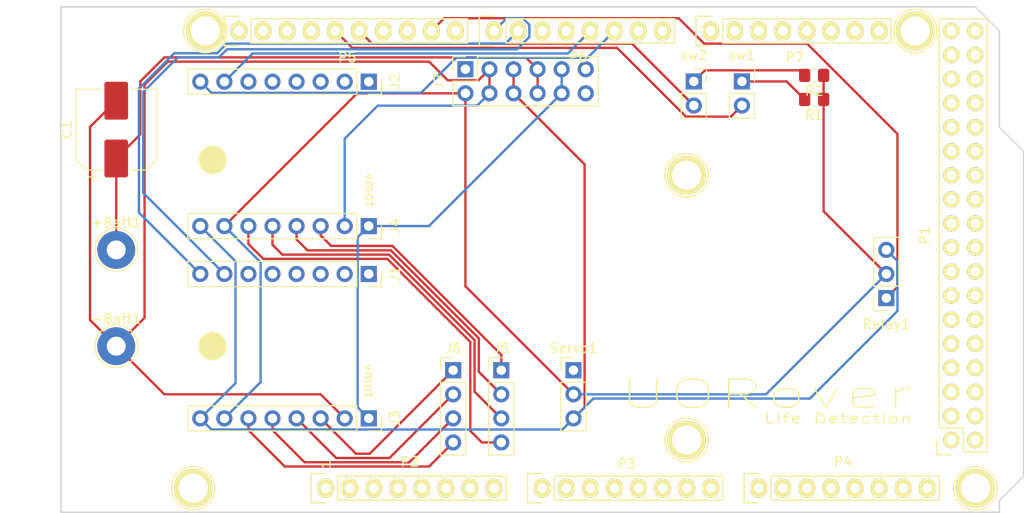
<source format=kicad_pcb>
(kicad_pcb (version 20211014) (generator pcbnew)
  (title_block (date "mar. 31 mars 2015"))
  (layers (0 "F.Cu" signal) (31 "B.Cu" signal) (34 "B.Paste" user) (35 "F.Paste" user) (36 "B.SilkS" user "B.Silkscreen") (37 "F.SilkS" user "F.Silkscreen") (38 "B.Mask" user) (39 "F.Mask" user) (44 "Edge.Cuts" user))
  (net 0 "")
  (net 1 "GND")
  (net 2 "/52(SCK)")
  (net 3 "/53(SS)")
  (net 4 "/50(MISO)")
  (net 5 "/51(MOSI)")
  (net 6 "/48")
  (net 7 "/49")
  (net 8 "/46")
  (net 9 "/47")
  (net 10 "/44")
  (net 11 "/45")
  (net 12 "/42")
  (net 13 "/43")
  (net 14 "/40")
  (net 15 "/41")
  (net 16 "/38")
  (net 17 "/39")
  (net 18 "/36")
  (net 19 "/37")
  (net 20 "/34")
  (net 21 "/35")
  (net 22 "/32")
  (net 23 "/33")
  (net 24 "/30")
  (net 25 "/31")
  (net 26 "/28")
  (net 27 "/29")
  (net 28 "/26")
  (net 29 "/27")
  (net 30 "/24")
  (net 31 "/25")
  (net 32 "/22")
  (net 33 "/23")
  (net 34 "+5V")
  (net 35 "/IOREF")
  (net 36 "/Reset")
  (net 37 "/Vin")
  (net 38 "/A0")
  (net 39 "/A1")
  (net 40 "/A2")
  (net 41 "/A3")
  (net 42 "/A4")
  (net 43 "/A5")
  (net 44 "/A6")
  (net 45 "/A7")
  (net 46 "/A8")
  (net 47 "/A9")
  (net 48 "/A10")
  (net 49 "/A11")
  (net 50 "/A12")
  (net 51 "/A13")
  (net 52 "/A14")
  (net 53 "/A15")
  (net 54 "/SCL")
  (net 55 "/SDA")
  (net 56 "/AREF")
  (net 57 "/13(**)")
  (net 58 "/12(**)")
  (net 59 "/11(**)")
  (net 60 "/10(**)")
  (net 61 "/9(**)")
  (net 62 "/8(**)")
  (net 63 "/7(**)")
  (net 64 "/6(**)")
  (net 65 "/5(**)")
  (net 66 "/4(**)")
  (net 67 "/3(**)")
  (net 68 "/2(**)")
  (net 69 "/20(SDA)")
  (net 70 "/21(SCL)")
  (net 71 "Net-(+Batt1-Pad1)")
  (net 72 "Net-(-Batt1-Pad1)")
  (net 77 "Net-(J1-Pad5)")
  (net 78 "+3V3")
  (net 79 "/1(Tx0)")
  (net 80 "/0(Rx0)")
  (net 81 "/14(Tx3)")
  (net 82 "/15(Rx3)")
  (net 83 "/16(Tx2)")
  (net 84 "/17(Rx2)")
  (net 85 "/18(Tx1)")
  (net 86 "/19(Rx1)")
  (net 91 "Net-(J2-Pad5)")
  (net 92 "Net-(J3-Pad3)")
  (net 93 "Net-(J3-Pad4)")
  (net 94 "Net-(J3-Pad5)")
  (net 95 "Net-(J3-Pad6)")
  (net 96 "Net-(Servo1-Pad2)")
  (net 97 "Net-(Servo1-Pad3)")
  (net 98 "Net-(J4-Pad3)")
  (net 99 "Net-(J4-Pad4)")
  (net 100 "Net-(J4-Pad5)")
  (net 101 "Net-(J4-Pad6)")
  (net 111 "Net-(sw1-Pad1)")
  (net 112 "Net-(sw2-Pad1)")
  (net 114 "Net-(J7-Pad10)")
  (footprint "Socket_Arduino_Mega:Socket_Strip_Arduino_2x18" (layer "F.Cu") (at 197.358 114.046 90)
    (fp_text reference "P1" (at 21.59 -2.794 90) (layer "F.SilkS"))
    (fp_text value "Digital")
    (pad "1" thru_hole circle locked (at 0 0 90) (size 1.7272 1.7272) (drill 1.016) (layers *.Cu *.Mask "F.SilkS") (net 1 "GND"))
    (pad "2" thru_hole oval locked (at 0 2.54 90) (size 1.7272 1.7272) (drill 1.016) (layers *.Cu *.Mask "F.SilkS") (net 1 "GND"))
    (pad "3" thru_hole oval locked (at 2.54 0 90) (size 1.7272 1.7272) (drill 1.016) (layers *.Cu *.Mask "F.SilkS") (net 2 "/52(SCK)"))
    (pad "4" thru_hole oval locked (at 2.54 2.54 90) (size 1.7272 1.7272) (drill 1.016) (layers *.Cu *.Mask "F.SilkS") (net 3 "/53(SS)"))
    (pad "5" thru_hole oval locked (at 5.08 0 90) (size 1.7272 1.7272) (drill 1.016) (layers *.Cu *.Mask "F.SilkS") (net 4 "/50(MISO)"))
    (pad "6" thru_hole oval locked (at 5.08 2.54 90) (size 1.7272 1.7272) (drill 1.016) (layers *.Cu *.Mask "F.SilkS") (net 5 "/51(MOSI)"))
    (pad "7" thru_hole oval locked (at 7.62 0 90) (size 1.7272 1.7272) (drill 1.016) (layers *.Cu *.Mask "F.SilkS") (net 6 "/48"))
    (pad "8" thru_hole oval locked (at 7.62 2.54 90) (size 1.7272 1.7272) (drill 1.016) (layers *.Cu *.Mask "F.SilkS") (net 7 "/49"))
    (pad "9" thru_hole oval locked (at 10.16 0 90) (size 1.7272 1.7272) (drill 1.016) (layers *.Cu *.Mask "F.SilkS") (net 8 "/46"))
    (pad "10" thru_hole oval locked (at 10.16 2.54 90) (size 1.7272 1.7272) (drill 1.016) (layers *.Cu *.Mask "F.SilkS") (net 9 "/47"))
    (pad "11" thru_hole oval locked (at 12.7 0 90) (size 1.7272 1.7272) (drill 1.016) (layers *.Cu *.Mask "F.SilkS") (net 10 "/44"))
    (pad "12" thru_hole oval locked (at 12.7 2.54 90) (size 1.7272 1.7272) (drill 1.016) (layers *.Cu *.Mask "F.SilkS") (net 11 "/45"))
    (pad "13" thru_hole oval locked (at 15.24 0 90) (size 1.7272 1.7272) (drill 1.016) (layers *.Cu *.Mask "F.SilkS") (net 12 "/42"))
    (pad "14" thru_hole oval locked (at 15.24 2.54 90) (size 1.7272 1.7272) (drill 1.016) (layers *.Cu *.Mask "F.SilkS") (net 13 "/43"))
    (pad "15" thru_hole oval locked (at 17.78 0 90) (size 1.7272 1.7272) (drill 1.016) (layers *.Cu *.Mask "F.SilkS") (net 14 "/40"))
    (pad "16" thru_hole oval locked (at 17.78 2.54 90) (size 1.7272 1.7272) (drill 1.016) (layers *.Cu *.Mask "F.SilkS") (net 15 "/41"))
    (pad "17" thru_hole oval locked (at 20.32 0 90) (size 1.7272 1.7272) (drill 1.016) (layers *.Cu *.Mask "F.SilkS") (net 16 "/38"))
    (pad "18" thru_hole oval locked (at 20.32 2.54 90) (size 1.7272 1.7272) (drill 1.016) (layers *.Cu *.Mask "F.SilkS") (net 17 "/39"))
    (pad "19" thru_hole oval locked (at 22.86 0 90) (size 1.7272 1.7272) (drill 1.016) (layers *.Cu *.Mask "F.SilkS") (net 18 "/36"))
    (pad "20" thru_hole oval locked (at 22.86 2.54 90) (size 1.7272 1.7272) (drill 1.016) (layers *.Cu *.Mask "F.SilkS") (net 19 "/37"))
    (pad "21" thru_hole oval locked (at 25.4 0 90) (size 1.7272 1.7272) (drill 1.016) (layers *.Cu *.Mask "F.SilkS") (net 20 "/34"))
    (pad "22" thru_hole oval locked (at 25.4 2.54 90) (size 1.7272 1.7272) (drill 1.016) (layers *.Cu *.Mask "F.SilkS") (net 21 "/35"))
    (pad "23" thru_hole oval locked (at 27.94 0 90) (size 1.7272 1.7272) (drill 1.016) (layers *.Cu *.Mask "F.SilkS") (net 22 "/32"))
    (pad "24" thru_hole oval locked (at 27.94 2.54 90) (size 1.7272 1.7272) (drill 1.016) (layers *.Cu *.Mask "F.SilkS") (net 23 "/33"))
    (pad "25" thru_hole oval locked (at 30.48 0 90) (size 1.7272 1.7272) (drill 1.016) (layers *.Cu *.Mask "F.SilkS") (net 24 "/30"))
    (pad "26" thru_hole oval locked (at 30.48 2.54 90) (size 1.7272 1.7272) (drill 1.016) (layers *.Cu *.Mask "F.SilkS") (net 25 "/31"))
    (pad "27" thru_hole oval locked (at 33.02 0 90) (size 1.7272 1.7272) (drill 1.016) (layers *.Cu *.Mask "F.SilkS") (net 26 "/28"))
    (pad "28" thru_hole oval locked (at 33.02 2.54 90) (size 1.7272 1.7272) (drill 1.016) (layers *.Cu *.Mask "F.SilkS") (net 27 "/29"))
    (pad "29" thru_hole oval locked (at 35.56 0 90) (size 1.7272 1.7272) (drill 1.016) (layers *.Cu *.Mask "F.SilkS") (net 28 "/26"))
    (pad "30" thru_hole oval locked (at 35.56 2.54 90) (size 1.7272 1.7272) (drill 1.016) (layers *.Cu *.Mask "F.SilkS") (net 29 "/27"))
    (pad "31" thru_hole oval locked (at 38.1 0 90) (size 1.7272 1.7272) (drill 1.016) (layers *.Cu *.Mask "F.SilkS") (net 30 "/24"))
    (pad "32" thru_hole oval locked (at 38.1 2.54 90) (size 1.7272 1.7272) (drill 1.016) (layers *.Cu *.Mask "F.SilkS") (net 31 "/25"))
    (pad "33" thru_hole oval locked (at 40.64 0 90) (size 1.7272 1.7272) (drill 1.016) (layers *.Cu *.Mask "F.SilkS") (net 32 "/22"))
    (pad "34" thru_hole oval locked (at 40.64 2.54 90) (size 1.7272 1.7272) (drill 1.016) (layers *.Cu *.Mask "F.SilkS") (net 33 "/23"))
    (pad "35" thru_hole oval locked (at 43.18 0 90) (size 1.7272 1.7272) (drill 1.016) (layers *.Cu *.Mask "F.SilkS") (net 34 "+5V"))
    (pad "36" thru_hole oval locked (at 43.18 2.54 90) (size 1.7272 1.7272) (drill 1.016) (layers *.Cu *.Mask "F.SilkS") (net 34 "+5V"))
  )
  (footprint "Socket_Arduino_Mega:Socket_Strip_Arduino_1x08" (layer "F.Cu") (at 131.318 119.126)
    (fp_text reference "P2" (at 8.89 -2.794) (layer "F.SilkS"))
    (fp_text value "Power")
    (pad "1" thru_hole oval locked (at 0 0) (size 1.7272 2.032) (drill 1.016) (layers *.Cu *.Mask "F.SilkS"))
    (pad "2" thru_hole oval locked (at 2.54 0) (size 1.7272 2.032) (drill 1.016) (layers *.Cu *.Mask "F.SilkS") (net 35 "/IOREF"))
    (pad "3" thru_hole oval locked (at 5.08 0) (size 1.7272 2.032) (drill 1.016) (layers *.Cu *.Mask "F.SilkS") (net 36 "/Reset"))
    (pad "4" thru_hole oval locked (at 7.62 0) (size 1.7272 2.032) (drill 1.016) (layers *.Cu *.Mask "F.SilkS") (net 78 "+3V3"))
    (pad "5" thru_hole oval locked (at 10.16 0) (size 1.7272 2.032) (drill 1.016) (layers *.Cu *.Mask "F.SilkS") (net 34 "+5V"))
    (pad "6" thru_hole oval locked (at 12.7 0) (size 1.7272 2.032) (drill 1.016) (layers *.Cu *.Mask "F.SilkS") (net 1 "GND"))
    (pad "7" thru_hole oval locked (at 15.24 0) (size 1.7272 2.032) (drill 1.016) (layers *.Cu *.Mask "F.SilkS") (net 1 "GND"))
    (pad "8" thru_hole oval locked (at 17.78 0) (size 1.7272 2.032) (drill 1.016) (layers *.Cu *.Mask "F.SilkS") (net 37 "/Vin"))
  )
  (footprint "Socket_Arduino_Mega:Socket_Strip_Arduino_1x08" (layer "F.Cu") (at 154.178 119.126)
    (fp_text reference "P3" (at 8.89 -2.54) (layer "F.SilkS"))
    (fp_text value "Analog")
    (pad "1" thru_hole oval locked (at 0 0) (size 1.7272 2.032) (drill 1.016) (layers *.Cu *.Mask "F.SilkS") (net 38 "/A0"))
    (pad "2" thru_hole oval locked (at 2.54 0) (size 1.7272 2.032) (drill 1.016) (layers *.Cu *.Mask "F.SilkS") (net 39 "/A1"))
    (pad "3" thru_hole oval locked (at 5.08 0) (size 1.7272 2.032) (drill 1.016) (layers *.Cu *.Mask "F.SilkS") (net 40 "/A2"))
    (pad "4" thru_hole oval locked (at 7.62 0) (size 1.7272 2.032) (drill 1.016) (layers *.Cu *.Mask "F.SilkS") (net 41 "/A3"))
    (pad "5" thru_hole oval locked (at 10.16 0) (size 1.7272 2.032) (drill 1.016) (layers *.Cu *.Mask "F.SilkS") (net 42 "/A4"))
    (pad "6" thru_hole oval locked (at 12.7 0) (size 1.7272 2.032) (drill 1.016) (layers *.Cu *.Mask "F.SilkS") (net 43 "/A5"))
    (pad "7" thru_hole oval locked (at 15.24 0) (size 1.7272 2.032) (drill 1.016) (layers *.Cu *.Mask "F.SilkS") (net 44 "/A6"))
    (pad "8" thru_hole oval locked (at 17.78 0) (size 1.7272 2.032) (drill 1.016) (layers *.Cu *.Mask "F.SilkS") (net 45 "/A7"))
  )
  (footprint "Socket_Arduino_Mega:Socket_Strip_Arduino_1x08" (layer "F.Cu") (at 177.038 119.126)
    (fp_text reference "P4" (at 8.89 -2.794) (layer "F.SilkS"))
    (fp_text value "Analog")
    (pad "1" thru_hole oval locked (at 0 0) (size 1.7272 2.032) (drill 1.016) (layers *.Cu *.Mask "F.SilkS") (net 46 "/A8"))
    (pad "2" thru_hole oval locked (at 2.54 0) (size 1.7272 2.032) (drill 1.016) (layers *.Cu *.Mask "F.SilkS") (net 47 "/A9"))
    (pad "3" thru_hole oval locked (at 5.08 0) (size 1.7272 2.032) (drill 1.016) (layers *.Cu *.Mask "F.SilkS") (net 48 "/A10"))
    (pad "4" thru_hole oval locked (at 7.62 0) (size 1.7272 2.032) (drill 1.016) (layers *.Cu *.Mask "F.SilkS") (net 49 "/A11"))
    (pad "5" thru_hole oval locked (at 10.16 0) (size 1.7272 2.032) (drill 1.016) (layers *.Cu *.Mask "F.SilkS") (net 50 "/A12"))
    (pad "6" thru_hole oval locked (at 12.7 0) (size 1.7272 2.032) (drill 1.016) (layers *.Cu *.Mask "F.SilkS") (net 51 "/A13"))
    (pad "7" thru_hole oval locked (at 15.24 0) (size 1.7272 2.032) (drill 1.016) (layers *.Cu *.Mask "F.SilkS") (net 52 "/A14"))
    (pad "8" thru_hole oval locked (at 17.78 0) (size 1.7272 2.032) (drill 1.016) (layers *.Cu *.Mask "F.SilkS") (net 53 "/A15"))
  )
  (footprint "Socket_Arduino_Mega:Socket_Strip_Arduino_1x10" (layer "F.Cu") (at 122.174 70.866)
    (fp_text reference "P5" (at 11.43 2.794) (layer "F.SilkS"))
    (fp_text value "PWM")
    (pad "1" thru_hole oval locked (at 0 0) (size 1.7272 2.032) (drill 1.016) (layers *.Cu *.Mask "F.SilkS") (net 54 "/SCL"))
    (pad "2" thru_hole oval locked (at 2.54 0) (size 1.7272 2.032) (drill 1.016) (layers *.Cu *.Mask "F.SilkS") (net 55 "/SDA"))
    (pad "3" thru_hole oval locked (at 5.08 0) (size 1.7272 2.032) (drill 1.016) (layers *.Cu *.Mask "F.SilkS") (net 56 "/AREF"))
    (pad "4" thru_hole oval locked (at 7.62 0) (size 1.7272 2.032) (drill 1.016) (layers *.Cu *.Mask "F.SilkS") (net 1 "GND"))
    (pad "5" thru_hole oval locked (at 10.16 0) (size 1.7272 2.032) (drill 1.016) (layers *.Cu *.Mask "F.SilkS") (net 57 "/13(**)"))
    (pad "6" thru_hole oval locked (at 12.7 0) (size 1.7272 2.032) (drill 1.016) (layers *.Cu *.Mask "F.SilkS") (net 58 "/12(**)"))
    (pad "7" thru_hole oval locked (at 15.24 0) (size 1.7272 2.032) (drill 1.016) (layers *.Cu *.Mask "F.SilkS") (net 59 "/11(**)"))
    (pad "8" thru_hole oval locked (at 17.78 0) (size 1.7272 2.032) (drill 1.016) (layers *.Cu *.Mask "F.SilkS") (net 60 "/10(**)"))
    (pad "9" thru_hole oval locked (at 20.32 0) (size 1.7272 2.032) (drill 1.016) (layers *.Cu *.Mask "F.SilkS") (net 61 "/9(**)"))
    (pad "10" thru_hole oval locked (at 22.86 0) (size 1.7272 2.032) (drill 1.016) (layers *.Cu *.Mask "F.SilkS") (net 62 "/8(**)"))
  )
  (footprint "Socket_Arduino_Mega:Socket_Strip_Arduino_1x08" (layer "F.Cu") (at 149.098 70.866)
    (fp_text reference "P6" (at 8.89 2.794) (layer "F.SilkS"))
    (fp_text value "PWM")
    (pad "1" thru_hole oval locked (at 0 0) (size 1.7272 2.032) (drill 1.016) (layers *.Cu *.Mask "F.SilkS") (net 63 "/7(**)"))
    (pad "2" thru_hole oval locked (at 2.54 0) (size 1.7272 2.032) (drill 1.016) (layers *.Cu *.Mask "F.SilkS") (net 64 "/6(**)"))
    (pad "3" thru_hole oval locked (at 5.08 0) (size 1.7272 2.032) (drill 1.016) (layers *.Cu *.Mask "F.SilkS") (net 65 "/5(**)"))
    (pad "4" thru_hole oval locked (at 7.62 0) (size 1.7272 2.032) (drill 1.016) (layers *.Cu *.Mask "F.SilkS") (net 66 "/4(**)"))
    (pad "5" thru_hole oval locked (at 10.16 0) (size 1.7272 2.032) (drill 1.016) (layers *.Cu *.Mask "F.SilkS") (net 67 "/3(**)"))
    (pad "6" thru_hole oval locked (at 12.7 0) (size 1.7272 2.032) (drill 1.016) (layers *.Cu *.Mask "F.SilkS") (net 68 "/2(**)"))
    (pad "7" thru_hole oval locked (at 15.24 0) (size 1.7272 2.032) (drill 1.016) (layers *.Cu *.Mask "F.SilkS") (net 79 "/1(Tx0)"))
    (pad "8" thru_hole oval locked (at 17.78 0) (size 1.7272 2.032) (drill 1.016) (layers *.Cu *.Mask "F.SilkS") (net 80 "/0(Rx0)"))
  )
  (footprint "Socket_Arduino_Mega:Socket_Strip_Arduino_1x08" (layer "F.Cu") (at 171.958 70.866)
    (fp_text reference "P7" (at 8.89 2.794) (layer "F.SilkS"))
    (fp_text value "Communication")
    (pad "1" thru_hole oval locked (at 0 0) (size 1.7272 2.032) (drill 1.016) (layers *.Cu *.Mask "F.SilkS") (net 81 "/14(Tx3)"))
    (pad "2" thru_hole oval locked (at 2.54 0) (size 1.7272 2.032) (drill 1.016) (layers *.Cu *.Mask "F.SilkS") (net 82 "/15(Rx3)"))
    (pad "3" thru_hole oval locked (at 5.08 0) (size 1.7272 2.032) (drill 1.016) (layers *.Cu *.Mask "F.SilkS") (net 83 "/16(Tx2)"))
    (pad "4" thru_hole oval locked (at 7.62 0) (size 1.7272 2.032) (drill 1.016) (layers *.Cu *.Mask "F.SilkS") (net 84 "/17(Rx2)"))
    (pad "5" thru_hole oval locked (at 10.16 0) (size 1.7272 2.032) (drill 1.016) (layers *.Cu *.Mask "F.SilkS") (net 85 "/18(Tx1)"))
    (pad "6" thru_hole oval locked (at 12.7 0) (size 1.7272 2.032) (drill 1.016) (layers *.Cu *.Mask "F.SilkS") (net 86 "/19(Rx1)"))
    (pad "7" thru_hole oval locked (at 15.24 0) (size 1.7272 2.032) (drill 1.016) (layers *.Cu *.Mask "F.SilkS") (net 69 "/20(SDA)"))
    (pad "8" thru_hole oval locked (at 17.78 0) (size 1.7272 2.032) (drill 1.016) (layers *.Cu *.Mask "F.SilkS") (net 70 "/21(SCL)"))
  )
  (footprint "Socket_Arduino_Mega:Arduino_1pin" (layer "F.Cu") (at 117.348 119.126)
    (fp_text reference "P8" hide)
    (fp_text value "CONN_01X01" hide)
    (pad "1" thru_hole circle locked (at 0 0) (size 4.064 4.064) (drill 3.048) (layers *.Cu *.Mask "F.SilkS"))
  )
  (footprint "Socket_Arduino_Mega:Arduino_1pin" (layer "F.Cu") (at 169.418 114.046)
    (fp_text reference "P9" hide)
    (fp_text value "CONN_01X01" hide)
    (pad "1" thru_hole circle locked (at 0 0) (size 4.064 4.064) (drill 3.048) (layers *.Cu *.Mask "F.SilkS"))
  )
  (footprint "Socket_Arduino_Mega:Arduino_1pin" (layer "F.Cu") (at 199.898 119.126)
    (fp_text reference "P10" hide)
    (fp_text value "CONN_01X01" hide)
    (pad "1" thru_hole circle locked (at 0 0) (size 4.064 4.064) (drill 3.048) (layers *.Cu *.Mask "F.SilkS"))
  )
  (footprint "Socket_Arduino_Mega:Arduino_1pin" (layer "F.Cu") (at 118.618 70.866)
    (fp_text reference "P11" hide)
    (fp_text value "CONN_01X01" hide)
    (pad "1" thru_hole circle locked (at 0 0) (size 4.064 4.064) (drill 3.048) (layers *.Cu *.Mask "F.SilkS"))
  )
  (footprint "Socket_Arduino_Mega:Arduino_1pin" (layer "F.Cu") (at 169.418 86.106)
    (fp_text reference "P12" hide)
    (fp_text value "CONN_01X01" hide)
    (pad "1" thru_hole circle locked (at 0 0) (size 4.064 4.064) (drill 3.048) (layers *.Cu *.Mask "F.SilkS"))
  )
  (footprint "Socket_Arduino_Mega:Arduino_1pin" (layer "F.Cu") (at 193.548 70.866)
    (fp_text reference "P13" hide)
    (fp_text value "CONN_01X01" hide)
    (pad "1" thru_hole circle locked (at 0 0) (size 4.064 4.064) (drill 3.048) (layers *.Cu *.Mask "F.SilkS"))
  )
  (footprint "Connector_PinSocket_2.54mm:PinSocket_1x08_P2.54mm_Vertical" (layer "F.Cu") (at 135.875 91.465 -90)
    (fp_text reference "J4" (at 0 -2.77 90) (layer "F.SilkS"))
    (fp_text value "Conn_01x08")
    (pad "1" thru_hole rect locked (at 0 0 270) (size 1.7 1.7) (drill 1) (layers *.Cu *.Mask) (net 114 "Net-(J7-Pad10)"))
    (pad "2" thru_hole oval locked (at 0 2.54 270) (size 1.7 1.7) (drill 1) (layers *.Cu *.Mask) (net 72 "Net-(-Batt1-Pad1)"))
    (pad "3" thru_hole oval locked (at 0 5.08 270) (size 1.7 1.7) (drill 1) (layers *.Cu *.Mask) (net 98 "Net-(J4-Pad3)"))
    (pad "4" thru_hole oval locked (at 0 7.62 270) (size 1.7 1.7) (drill 1) (layers *.Cu *.Mask) (net 99 "Net-(J4-Pad4)"))
    (pad "5" thru_hole oval locked (at 0 10.16 270) (size 1.7 1.7) (drill 1) (layers *.Cu *.Mask) (net 100 "Net-(J4-Pad5)"))
    (pad "6" thru_hole oval locked (at 0 12.7 270) (size 1.7 1.7) (drill 1) (layers *.Cu *.Mask) (net 101 "Net-(J4-Pad6)"))
    (pad "7" thru_hole oval locked (at 0 15.24 270) (size 1.7 1.7) (drill 1) (layers *.Cu *.Mask) (net 96 "Net-(Servo1-Pad2)"))
    (pad "8" thru_hole oval locked (at 0 17.78 270) (size 1.7 1.7) (drill 1) (layers *.Cu *.Mask) (net 97 "Net-(Servo1-Pad3)"))
  )
  (footprint "Connector_PinSocket_2.54mm:PinSocket_1x08_P2.54mm_Vertical" (layer "F.Cu") (at 135.875 76.225 -90)
    (fp_text reference "J2" (at 0 -2.77 90) (layer "F.SilkS"))
    (fp_text value "Conn_01x08")
    (pad "1" thru_hole rect locked (at 0 0 270) (size 1.7 1.7) (drill 1) (layers *.Cu *.Mask))
    (pad "2" thru_hole oval locked (at 0 2.54 270) (size 1.7 1.7) (drill 1) (layers *.Cu *.Mask))
    (pad "3" thru_hole oval locked (at 0 5.08 270) (size 1.7 1.7) (drill 1) (layers *.Cu *.Mask))
    (pad "4" thru_hole oval locked (at 0 7.62 270) (size 1.7 1.7) (drill 1) (layers *.Cu *.Mask))
    (pad "5" thru_hole oval locked (at 0 10.16 270) (size 1.7 1.7) (drill 1) (layers *.Cu *.Mask) (net 91 "Net-(J2-Pad5)"))
    (pad "6" thru_hole oval locked (at 0 12.7 270) (size 1.7 1.7) (drill 1) (layers *.Cu *.Mask) (net 91 "Net-(J2-Pad5)"))
    (pad "7" thru_hole oval locked (at 0 15.24 270) (size 1.7 1.7) (drill 1) (layers *.Cu *.Mask) (net 67 "/3(**)"))
    (pad "8" thru_hole oval locked (at 0 17.78 270) (size 1.7 1.7) (drill 1) (layers *.Cu *.Mask) (net 68 "/2(**)"))
  )
  (footprint "Capacitor_SMD:CP_Elec_8x6.2" (layer "F.Cu") (at 109.22 81.28 90)
    (fp_text reference "C1" (at 0 -5.2 90) (layer "F.SilkS"))
    (fp_text value "C_Polarized")
    (pad "1" smd roundrect locked (at -3.05 0 90) (size 4 2.5) (layers "F.Cu" "F.Paste" "F.Mask") (roundrect_rratio 0.1) (net 71 "Net-(+Batt1-Pad1)"))
    (pad "2" smd roundrect locked (at 3.05 0 90) (size 4 2.5) (layers "F.Cu" "F.Paste" "F.Mask") (roundrect_rratio 0.1) (net 72 "Net-(-Batt1-Pad1)"))
  )
  (footprint "Connector_PinSocket_2.54mm:PinSocket_1x03_P2.54mm_Vertical" (layer "F.Cu") (at 190.5 99.06 180)
    (fp_text reference "Relay1" (at 0 -2.77) (layer "F.SilkS"))
    (fp_text value "Conn_01x03")
    (pad "1" thru_hole rect locked (at 0 0 180) (size 1.7 1.7) (drill 1) (layers *.Cu *.Mask) (net 61 "/9(**)"))
    (pad "2" thru_hole oval locked (at 0 2.54 180) (size 1.7 1.7) (drill 1) (layers *.Cu *.Mask) (net 96 "Net-(Servo1-Pad2)"))
    (pad "3" thru_hole oval locked (at 0 5.08 180) (size 1.7 1.7) (drill 1) (layers *.Cu *.Mask) (net 97 "Net-(Servo1-Pad3)"))
  )
  (footprint "Connector_PinSocket_2.54mm:PinSocket_2x06_P2.54mm_Vertical" (layer "F.Cu") (at 146.075 74.91 90)
    (fp_text reference "J7" (at -1.27 -2.77 90) (layer "F.SilkS"))
    (fp_text value "Conn_02x06_Odd_Even")
    (pad "1" thru_hole rect locked (at 0 0 90) (size 1.7 1.7) (drill 1) (layers *.Cu *.Mask))
    (pad "2" thru_hole oval locked (at -2.54 0 90) (size 1.7 1.7) (drill 1) (layers *.Cu *.Mask) (net 96 "Net-(Servo1-Pad2)"))
    (pad "3" thru_hole oval locked (at 0 2.54 90) (size 1.7 1.7) (drill 1) (layers *.Cu *.Mask) (net 72 "Net-(-Batt1-Pad1)"))
    (pad "4" thru_hole oval locked (at -2.54 2.54 90) (size 1.7 1.7) (drill 1) (layers *.Cu *.Mask) (net 72 "Net-(-Batt1-Pad1)"))
    (pad "5" thru_hole oval locked (at 0 5.08 90) (size 1.7 1.7) (drill 1) (layers *.Cu *.Mask) (net 97 "Net-(Servo1-Pad3)"))
    (pad "6" thru_hole oval locked (at -2.54 5.08 90) (size 1.7 1.7) (drill 1) (layers *.Cu *.Mask) (net 97 "Net-(Servo1-Pad3)"))
    (pad "7" thru_hole oval locked (at 0 7.62 90) (size 1.7 1.7) (drill 1) (layers *.Cu *.Mask) (net 71 "Net-(+Batt1-Pad1)"))
    (pad "8" thru_hole oval locked (at -2.54 7.62 90) (size 1.7 1.7) (drill 1) (layers *.Cu *.Mask) (net 71 "Net-(+Batt1-Pad1)"))
    (pad "9" thru_hole oval locked (at 0 10.16 90) (size 1.7 1.7) (drill 1) (layers *.Cu *.Mask) (net 114 "Net-(J7-Pad10)"))
    (pad "10" thru_hole oval locked (at -2.54 10.16 90) (size 1.7 1.7) (drill 1) (layers *.Cu *.Mask) (net 114 "Net-(J7-Pad10)"))
    (pad "11" thru_hole oval locked (at 0 12.7 90) (size 1.7 1.7) (drill 1) (layers *.Cu *.Mask))
    (pad "12" thru_hole oval locked (at -2.54 12.7 90) (size 1.7 1.7) (drill 1) (layers *.Cu *.Mask))
  )
  (footprint "Resistor_SMD:R_0805_2012Metric_Pad1.20x1.40mm_HandSolder" (layer "F.Cu") (at 182.88 78.1 180)
    (fp_text reference "R1" (at 0 -1.65) (layer "F.SilkS"))
    (fp_text value "R")
    (pad "1" smd roundrect locked (at -1 0 180) (size 1.2 1.4) (layers "F.Cu" "F.Paste" "F.Mask") (roundrect_rratio 0.208333) (net 96 "Net-(Servo1-Pad2)"))
    (pad "2" smd roundrect locked (at 1 0 180) (size 1.2 1.4) (layers "F.Cu" "F.Paste" "F.Mask") (roundrect_rratio 0.208333) (net 111 "Net-(sw1-Pad1)"))
  )
  (footprint "Connector_PinHeader_2.54mm:PinHeader_1x04_P2.54mm_Vertical" (layer "F.Cu") (at 144.78 106.68)
    (fp_text reference "J6" (at 0 -2.33) (layer "F.SilkS"))
    (fp_text value "Conn_01x04")
    (pad "1" thru_hole rect locked (at 0 0) (size 1.7 1.7) (drill 1) (layers *.Cu *.Mask) (net 92 "Net-(J3-Pad3)"))
    (pad "2" thru_hole oval locked (at 0 2.54) (size 1.7 1.7) (drill 1) (layers *.Cu *.Mask) (net 93 "Net-(J3-Pad4)"))
    (pad "3" thru_hole oval locked (at 0 5.08) (size 1.7 1.7) (drill 1) (layers *.Cu *.Mask) (net 94 "Net-(J3-Pad5)"))
    (pad "4" thru_hole oval locked (at 0 7.62) (size 1.7 1.7) (drill 1) (layers *.Cu *.Mask) (net 95 "Net-(J3-Pad6)"))
  )
  (footprint "Connector_PinHeader_2.54mm:PinHeader_1x03_P2.54mm_Vertical" (layer "F.Cu") (at 157.48 106.68)
    (fp_text reference "Servo1" (at 0 -2.33) (layer "F.SilkS"))
    (fp_text value "Conn_01x03")
    (pad "1" thru_hole rect locked (at 0 0) (size 1.7 1.7) (drill 1) (layers *.Cu *.Mask) (net 60 "/10(**)"))
    (pad "2" thru_hole oval locked (at 0 2.54) (size 1.7 1.7) (drill 1) (layers *.Cu *.Mask) (net 96 "Net-(Servo1-Pad2)"))
    (pad "3" thru_hole oval locked (at 0 5.08) (size 1.7 1.7) (drill 1) (layers *.Cu *.Mask) (net 97 "Net-(Servo1-Pad3)"))
  )
  (footprint "Connector_PinSocket_2.54mm:PinSocket_1x02_P2.54mm_Vertical" (layer "F.Cu") (at 170.18 76.2)
    (fp_text reference "sw2" (at 0 -2.77) (layer "F.SilkS"))
    (fp_text value "Conn_01x02")
    (pad "1" thru_hole rect locked (at 0 0) (size 1.7 1.7) (drill 1) (layers *.Cu *.Mask) (net 112 "Net-(sw2-Pad1)"))
    (pad "2" thru_hole oval locked (at 0 2.54) (size 1.7 1.7) (drill 1) (layers *.Cu *.Mask) (net 58 "/12(**)"))
  )
  (footprint "Connector_PinHeader_2.54mm:PinHeader_1x04_P2.54mm_Vertical" (layer "F.Cu") (at 149.86 106.68)
    (fp_text reference "J5" (at 0 -2.33) (layer "F.SilkS"))
    (fp_text value "Conn_01x04")
    (pad "1" thru_hole rect locked (at 0 0) (size 1.7 1.7) (drill 1) (layers *.Cu *.Mask) (net 98 "Net-(J4-Pad3)"))
    (pad "2" thru_hole oval locked (at 0 2.54) (size 1.7 1.7) (drill 1) (layers *.Cu *.Mask) (net 99 "Net-(J4-Pad4)"))
    (pad "3" thru_hole oval locked (at 0 5.08) (size 1.7 1.7) (drill 1) (layers *.Cu *.Mask) (net 100 "Net-(J4-Pad5)"))
    (pad "4" thru_hole oval locked (at 0 7.62) (size 1.7 1.7) (drill 1) (layers *.Cu *.Mask) (net 101 "Net-(J4-Pad6)"))
  )
  (footprint "Connector_PinSocket_2.54mm:PinSocket_1x02_P2.54mm_Vertical" (layer "F.Cu") (at 175.26 76.2)
    (fp_text reference "sw1" (at 0 -2.77) (layer "F.SilkS"))
    (fp_text value "Conn_01x02")
    (pad "1" thru_hole rect locked (at 0 0) (size 1.7 1.7) (drill 1) (layers *.Cu *.Mask) (net 111 "Net-(sw1-Pad1)"))
    (pad "2" thru_hole oval locked (at 0 2.54) (size 1.7 1.7) (drill 1) (layers *.Cu *.Mask) (net 57 "/13(**)"))
  )
  (footprint "Connector_PinSocket_2.54mm:PinSocket_1x08_P2.54mm_Vertical" (layer "F.Cu") (at 135.875 96.52 -90)
    (fp_text reference "J1" (at 0 -2.77 90) (layer "F.SilkS"))
    (fp_text value "Conn_01x08")
    (pad "1" thru_hole rect locked (at 0 0 270) (size 1.7 1.7) (drill 1) (layers *.Cu *.Mask))
    (pad "2" thru_hole oval locked (at 0 2.54 270) (size 1.7 1.7) (drill 1) (layers *.Cu *.Mask))
    (pad "3" thru_hole oval locked (at 0 5.08 270) (size 1.7 1.7) (drill 1) (layers *.Cu *.Mask))
    (pad "4" thru_hole oval locked (at 0 7.62 270) (size 1.7 1.7) (drill 1) (layers *.Cu *.Mask))
    (pad "5" thru_hole oval locked (at 0 10.16 270) (size 1.7 1.7) (drill 1) (layers *.Cu *.Mask) (net 77 "Net-(J1-Pad5)"))
    (pad "6" thru_hole oval locked (at 0 12.7 270) (size 1.7 1.7) (drill 1) (layers *.Cu *.Mask) (net 77 "Net-(J1-Pad5)"))
    (pad "7" thru_hole oval locked (at 0 15.24 270) (size 1.7 1.7) (drill 1) (layers *.Cu *.Mask) (net 63 "/7(**)"))
    (pad "8" thru_hole oval locked (at 0 17.78 270) (size 1.7 1.7) (drill 1) (layers *.Cu *.Mask) (net 64 "/6(**)"))
  )
  (footprint "Connector_PinSocket_2.54mm:PinSocket_1x08_P2.54mm_Vertical" (layer "F.Cu") (at 135.875 111.76 -90)
    (fp_text reference "J3" (at 0 -2.77 90) (layer "F.SilkS"))
    (fp_text value "Conn_01x08")
    (pad "1" thru_hole rect locked (at 0 0 270) (size 1.7 1.7) (drill 1) (layers *.Cu *.Mask) (net 114 "Net-(J7-Pad10)"))
    (pad "2" thru_hole oval locked (at 0 2.54 270) (size 1.7 1.7) (drill 1) (layers *.Cu *.Mask) (net 72 "Net-(-Batt1-Pad1)"))
    (pad "3" thru_hole oval locked (at 0 5.08 270) (size 1.7 1.7) (drill 1) (layers *.Cu *.Mask) (net 92 "Net-(J3-Pad3)"))
    (pad "4" thru_hole oval locked (at 0 7.62 270) (size 1.7 1.7) (drill 1) (layers *.Cu *.Mask) (net 93 "Net-(J3-Pad4)"))
    (pad "5" thru_hole oval locked (at 0 10.16 270) (size 1.7 1.7) (drill 1) (layers *.Cu *.Mask) (net 94 "Net-(J3-Pad5)"))
    (pad "6" thru_hole oval locked (at 0 12.7 270) (size 1.7 1.7) (drill 1) (layers *.Cu *.Mask) (net 95 "Net-(J3-Pad6)"))
    (pad "7" thru_hole oval locked (at 0 15.24 270) (size 1.7 1.7) (drill 1) (layers *.Cu *.Mask) (net 96 "Net-(Servo1-Pad2)"))
    (pad "8" thru_hole oval locked (at 0 17.78 270) (size 1.7 1.7) (drill 1) (layers *.Cu *.Mask) (net 97 "Net-(Servo1-Pad3)"))
  )
  (footprint "Resistor_SMD:R_0805_2012Metric_Pad1.20x1.40mm_HandSolder" (layer "F.Cu") (at 182.88 75.56 180)
    (fp_text reference "R2" (at 0 -1.65) (layer "F.SilkS"))
    (fp_text value "R")
    (pad "1" smd roundrect locked (at -1 0 180) (size 1.2 1.4) (layers "F.Cu" "F.Paste" "F.Mask") (roundrect_rratio 0.208333) (net 96 "Net-(Servo1-Pad2)"))
    (pad "2" smd roundrect locked (at 1 0 180) (size 1.2 1.4) (layers "F.Cu" "F.Paste" "F.Mask") (roundrect_rratio 0.208333) (net 112 "Net-(sw2-Pad1)"))
  )
  (footprint "TestPoint:TestPoint_THTPad_D4.0mm_Drill2.0mm" (layer "F.Cu") (at 109.22 104.14)
    (fp_text reference "-Batt1" (at 0 -2.898) (layer "F.SilkS"))
    (fp_text value "Conn_01x01")
    (pad "1" thru_hole circle locked (at 0 0) (size 4 4) (drill 2) (layers *.Cu *.Mask) (net 72 "Net-(-Batt1-Pad1)"))
  )
  (footprint "TestPoint:TestPoint_THTPad_D4.0mm_Drill2.0mm" (layer "F.Cu") (at 109.22 93.98)
    (fp_text reference "+Batt1" (at 0 -2.898) (layer "F.SilkS"))
    (fp_text value "Conn_01x01")
    (pad "1" thru_hole circle locked (at 0 0) (size 4 4) (drill 2) (layers *.Cu *.Mask) (net 71 "Net-(+Batt1-Pad1)"))
  )
  (gr_circle (center 119.38 104.14) (end 120.803686 104.14) (layer "F.SilkS") (width 0.15) (fill solid))
  (gr_circle (center 119.38 84.475563) (end 120.803686 84.475563) (layer "F.SilkS") (width 0.15) (fill solid))
  (gr_line (start 202.438 81.026) (end 204.978 83.566) (layer "Edge.Cuts") (width 0.15))
  (gr_line (start 103.378 121.666) (end 103.378 68.326) (layer "Edge.Cuts") (width 0.15))
  (gr_line (start 204.978 83.566) (end 204.978 117.856) (layer "Edge.Cuts") (width 0.15))
  (gr_line (start 202.438 121.666) (end 103.378 121.666) (layer "Edge.Cuts") (width 0.15))
  (gr_line (start 103.378 68.326) (end 199.898 68.326) (layer "Edge.Cuts") (width 0.15))
  (gr_line (start 204.978 117.856) (end 202.438 120.396) (layer "Edge.Cuts") (width 0.15))
  (gr_line (start 199.898 68.326) (end 202.438 70.866) (layer "Edge.Cuts") (width 0.15))
  (gr_line (start 202.438 70.866) (end 202.438 81.026) (layer "Edge.Cuts") (width 0.15))
  (gr_line (start 202.438 120.396) (end 202.438 121.666) (layer "Edge.Cuts") (width 0.15))
  (gr_text "Life Detection" (at 185.42 111.76) (layer "F.SilkS") (effects (font (size 1 1.5))))
  (gr_text "vmot" (at 135.999423 87.652131 -90) (layer "F.SilkS") (effects (font (size 1 1))))
  (gr_text "1" (at 131.318 116.586 90) (layer "F.SilkS") (effects (font (size 1 1))))
  (gr_text "vmot" (at 135.875 107.798778 -90) (layer "F.SilkS") (effects (font (size 1 1))))
  (gr_text "UORover" (at 177.8 109.22) (layer "F.SilkS") (effects (font (size 3 5))))
  (segment (start 169.339239 79.914511) (end 162.080768 72.65604) (width 0.25) (layer "F.Cu") (net 57))
  (segment (start 175.26 78.74) (end 174.085489 79.914511) (width 0.25) (layer "F.Cu") (net 57))
  (segment (start 134.12404 72.65604) (end 132.334 70.866) (width 0.25) (layer "F.Cu") (net 57))
  (segment (start 162.080768 72.65604) (end 134.12404 72.65604) (width 0.25) (layer "F.Cu") (net 57))
  (segment (start 174.085489 79.914511) (end 169.339239 79.914511) (width 0.25) (layer "F.Cu") (net 57))
  (segment (start 139.324355 72.20652) (end 139.310538 72.192703) (width 0.25) (layer "F.Cu") (net 58))
  (segment (start 139.296721 72.20652) (end 136.21452 72.20652) (width 0.25) (layer "F.Cu") (net 58))
  (segment (start 139.310538 72.192703) (end 139.296721 72.20652) (width 0.25) (layer "F.Cu") (net 58))
  (segment (start 163.64652 72.20652) (end 139.324355 72.20652) (width 0.25) (layer "F.Cu") (net 58))
  (segment (start 170.18 78.74) (end 163.64652 72.20652) (width 0.25) (layer "F.Cu") (net 58))
  (segment (start 136.21452 72.20652) (end 134.874 70.866) (width 0.25) (layer "F.Cu") (net 58))
  (segment (start 182.139013 72.20652) (end 171.26652 72.20652) (width 0.25) (layer "F.Cu") (net 61))
  (segment (start 168.58548 69.52548) (end 143.83452 69.52548) (width 0.25) (layer "F.Cu") (net 61))
  (segment (start 191.674511 97.885489) (end 191.674511 81.742018) (width 0.25) (layer "F.Cu") (net 61))
  (segment (start 191.674511 81.742018) (end 182.139013 72.20652) (width 0.25) (layer "F.Cu") (net 61))
  (segment (start 190.5 99.06) (end 191.674511 97.885489) (width 0.25) (layer "F.Cu") (net 61))
  (segment (start 171.26652 72.20652) (end 168.58548 69.52548) (width 0.25) (layer "F.Cu") (net 61))
  (segment (start 143.83452 69.52548) (end 142.494 70.866) (width 0.25) (layer "F.Cu") (net 61))
  (segment (start 151.537686 72.798969) (end 152.82612 71.510535) (width 0.25) (layer "B.Cu") (net 63))
  (segment (start 120.050214 73.672031) (end 120.923276 72.798969) (width 0.25) (layer "B.Cu") (net 63))
  (segment (start 115.716564 73.672031) (end 120.050214 73.672031) (width 0.25) (layer "B.Cu") (net 63))
  (segment (start 120.923276 72.798969) (end 151.537686 72.798969) (width 0.25) (layer "B.Cu") (net 63))
  (segment (start 152.82612 71.510535) (end 152.82612 70.221465) (width 0.25) (layer "B.Cu") (net 63))
  (segment (start 112.073507 77.315088) (end 115.716564 73.672031) (width 0.25) (layer "B.Cu") (net 63))
  (segment (start 120.635 96.52) (end 112.073507 87.958507) (width 0.25) (layer "B.Cu") (net 63))
  (segment (start 112.073507 87.958507) (end 112.073507 77.315088) (width 0.25) (layer "B.Cu") (net 63))
  (segment (start 152.130135 69.52548) (end 150.43852 69.52548) (width 0.25) (layer "B.Cu") (net 63))
  (segment (start 150.43852 69.52548) (end 149.098 70.866) (width 0.25) (layer "B.Cu") (net 63))
  (segment (start 152.82612 70.221465) (end 152.130135 69.52548) (width 0.25) (layer "B.Cu") (net 63))
  (segment (start 150.29748 72.20652) (end 151.638 70.866) (width 0.25) (layer "B.Cu") (net 64))
  (segment (start 118.095 96.52) (end 111.617333 90.042333) (width 0.25) (layer "B.Cu") (net 64))
  (segment (start 120.877082 72.20652) (end 150.29748 72.20652) (width 0.25) (layer "B.Cu") (net 64))
  (segment (start 115.344971 73.222511) (end 119.861091 73.222511) (width 0.25) (layer "B.Cu") (net 64))
  (segment (start 119.861091 73.222511) (end 120.877082 72.20652) (width 0.25) (layer "B.Cu") (net 64))
  (segment (start 111.617333 90.042333) (end 111.617333 76.950149) (width 0.25) (layer "B.Cu") (net 64))
  (segment (start 111.617333 76.950149) (end 115.344971 73.222511) (width 0.25) (layer "B.Cu") (net 64))
  (segment (start 156.875511 73.248489) (end 159.258 70.866) (width 0.25) (layer "B.Cu") (net 67))
  (segment (start 120.635 76.225) (end 123.611511 73.248489) (width 0.25) (layer "B.Cu") (net 67))
  (segment (start 123.611511 73.248489) (end 156.875511 73.248489) (width 0.25) (layer "B.Cu") (net 67))
  (segment (start 119.269511 77.399511) (end 141.398979 77.399511) (width 0.25) (layer "B.Cu") (net 68))
  (segment (start 145.100481 73.698009) (end 158.965991 73.698009) (width 0.25) (layer "B.Cu") (net 68))
  (segment (start 141.398979 77.399511) (end 145.100481 73.698009) (width 0.25) (layer "B.Cu") (net 68))
  (segment (start 158.965991 73.698009) (end 161.798 70.866) (width 0.25) (layer "B.Cu") (net 68))
  (segment (start 118.095 76.225) (end 119.269511 77.399511) (width 0.25) (layer "B.Cu") (net 68))
  (segment (start 111.76 76.2) (end 114.3 73.66) (width 0.25) (layer "F.Cu") (net 71))
  (segment (start 111.76 81.79) (end 111.76 76.2) (width 0.25) (layer "F.Cu") (net 71))
  (segment (start 109.22 84.33) (end 111.76 81.79) (width 0.25) (layer "F.Cu") (net 71))
  (segment (start 153.695 74.91) (end 153.695 77.45) (width 0.25) (layer "F.Cu") (net 71))
  (segment (start 114.3 73.66) (end 152.445 73.66) (width 0.25) (layer "F.Cu") (net 71))
  (segment (start 152.445 73.66) (end 153.695 74.91) (width 0.25) (layer "F.Cu") (net 71))
  (segment (start 109.22 93.98) (end 109.22 84.33) (width 0.25) (layer "F.Cu") (net 71))
  (segment (start 144.214991 76.084511) (end 147.440489 76.084511) (width 0.25) (layer "F.Cu") (net 72))
  (segment (start 112.20952 76.546246) (end 114.646246 74.10952) (width 0.25) (layer "F.Cu") (net 72))
  (segment (start 109.22 104.14) (end 112.20952 101.15048) (width 0.25) (layer "F.Cu") (net 72))
  (segment (start 142.24 74.10952) (end 144.214991 76.084511) (width 0.25) (layer "F.Cu") (net 72))
  (segment (start 106.453812 101.373812) (end 106.453812 80.996188) (width 0.25) (layer "F.Cu") (net 72))
  (segment (start 147.440489 76.084511) (end 148.615 74.91) (width 0.25) (layer "F.Cu") (net 72))
  (segment (start 109.22 104.14) (end 106.453812 101.373812) (width 0.25) (layer "F.Cu") (net 72))
  (segment (start 114.3 109.22) (end 130.795 109.22) (width 0.25) (layer "F.Cu") (net 72))
  (segment (start 106.453812 80.996188) (end 109.22 78.23) (width 0.25) (layer "F.Cu") (net 72))
  (segment (start 109.22 104.14) (end 114.3 109.22) (width 0.25) (layer "F.Cu") (net 72))
  (segment (start 114.646246 74.10952) (end 142.24 74.10952) (width 0.25) (layer "F.Cu") (net 72))
  (segment (start 112.20952 101.15048) (end 112.20952 76.546246) (width 0.25) (layer "F.Cu") (net 72))
  (segment (start 148.615 74.91) (end 148.615 77.45) (width 0.25) (layer "F.Cu") (net 72))
  (segment (start 130.795 109.22) (end 133.335 111.76) (width 0.25) (layer "F.Cu") (net 72))
  (segment (start 148.615 77.45) (end 147.307287 78.757713) (width 0.25) (layer "B.Cu") (net 72))
  (segment (start 147.307287 78.757713) (end 136.814675 78.757713) (width 0.25) (layer "B.Cu") (net 72))
  (segment (start 133.335 82.237388) (end 133.335 91.465) (width 0.25) (layer "B.Cu") (net 72))
  (segment (start 136.814675 78.757713) (end 133.335 82.237388) (width 0.25) (layer "B.Cu") (net 72))
  (segment (start 144.78 106.68) (end 135.96856 115.49144) (width 0.25) (layer "F.Cu") (net 92))
  (segment (start 135.96856 115.49144) (end 134.52644 115.49144) (width 0.25) (layer "F.Cu") (net 92))
  (segment (start 134.52644 115.49144) (end 130.795 111.76) (width 0.25) (layer "F.Cu") (net 92))
  (segment (start 144.78 109.22) (end 138.05904 115.94096) (width 0.25) (layer "F.Cu") (net 93))
  (segment (start 138.05904 115.94096) (end 132.43596 115.94096) (width 0.25) (layer "F.Cu") (net 93))
  (segment (start 132.43596 115.94096) (end 128.255 111.76) (width 0.25) (layer "F.Cu") (net 93))
  (segment (start 129.09048 116.39048) (end 125.715 113.015) (width 0.25) (layer "F.Cu") (net 94))
  (segment (start 140.14952 116.39048) (end 129.09048 116.39048) (width 0.25) (layer "F.Cu") (net 94))
  (segment (start 125.715 113.015) (end 125.715 111.76) (width 0.25) (layer "F.Cu") (net 94))
  (segment (start 144.78 111.76) (end 140.14952 116.39048) (width 0.25) (layer "F.Cu") (net 94))
  (segment (start 127 116.84) (end 123.175 113.015) (width 0.25) (layer "F.Cu") (net 95))
  (segment (start 123.175 113.015) (end 123.175 111.76) (width 0.25) (layer "F.Cu") (net 95))
  (segment (start 144.78 114.3) (end 142.24 116.84) (width 0.25) (layer "F.Cu") (net 95))
  (segment (start 142.24 116.84) (end 127 116.84) (width 0.25) (layer "F.Cu") (net 95))
  (segment (start 190.5 96.52) (end 183.88 89.9) (width 0.25) (layer "F.Cu") (net 96))
  (segment (start 183.88 89.9) (end 183.88 78.1) (width 0.25) (layer "F.Cu") (net 96))
  (segment (start 134.65 77.45) (end 120.635 91.465) (width 0.25) (layer "F.Cu") (net 96))
  (segment (start 146.075 97.815) (end 157.48 109.22) (width 0.25) (layer "F.Cu") (net 96))
  (segment (start 146.075 77.45) (end 146.075 97.815) (width 0.25) (layer "F.Cu") (net 96))
  (segment (start 183.88 78.1) (end 183.88 75.56) (width 0.25) (layer "F.Cu") (net 96))
  (segment (start 146.075 77.45) (end 134.65 77.45) (width 0.25) (layer "F.Cu") (net 96))
  (segment (start 157.48 109.22) (end 177.8 109.22) (width 0.25) (layer "B.Cu") (net 96))
  (segment (start 124.46 95.29) (end 124.46 107.935) (width 0.25) (layer "B.Cu") (net 96))
  (segment (start 120.635 91.465) (end 124.46 95.29) (width 0.25) (layer "B.Cu") (net 96))
  (segment (start 177.8 109.22) (end 190.5 96.52) (width 0.25) (layer "B.Cu") (net 96))
  (segment (start 124.46 107.935) (end 120.635 111.76) (width 0.25) (layer "B.Cu") (net 96))
  (segment (start 151.155 77.45) (end 151.155 74.91) (width 0.25) (layer "F.Cu") (net 97))
  (segment (start 158.654511 110.585489) (end 157.48 111.76) (width 0.25) (layer "F.Cu") (net 97))
  (segment (start 158.654511 84.949511) (end 158.654511 110.585489) (width 0.25) (layer "F.Cu") (net 97))
  (segment (start 151.155 77.45) (end 158.654511 84.949511) (width 0.25) (layer "F.Cu") (net 97))
  (segment (start 191.674511 95.154511) (end 191.674511 100.425489) (width 0.25) (layer "B.Cu") (net 97))
  (segment (start 159.57048 109.66952) (end 157.48 111.76) (width 0.25) (layer "B.Cu") (net 97))
  (segment (start 156.305489 112.934511) (end 119.269511 112.934511) (width 0.25) (layer "B.Cu") (net 97))
  (segment (start 190.5 93.98) (end 191.674511 95.154511) (width 0.25) (layer "B.Cu") (net 97))
  (segment (start 191.674511 100.425489) (end 182.43048 109.66952) (width 0.25) (layer "B.Cu") (net 97))
  (segment (start 182.43048 109.66952) (end 159.57048 109.66952) (width 0.25) (layer "B.Cu") (net 97))
  (segment (start 119.269511 112.934511) (end 118.095 111.76) (width 0.25) (layer "B.Cu") (net 97))
  (segment (start 118.095 91.465) (end 121.809511 95.179511) (width 0.25) (layer "B.Cu") (net 97))
  (segment (start 121.809511 95.179511) (end 121.809511 108.045489) (width 0.25) (layer "B.Cu") (net 97))
  (segment (start 121.809511 108.045489) (end 118.095 111.76) (width 0.25) (layer "B.Cu") (net 97))
  (segment (start 157.48 111.76) (end 156.305489 112.934511) (width 0.25) (layer "B.Cu") (net 97))
  (segment (start 149.86 106.68) (end 149.86 105.047819) (width 0.25) (layer "F.Cu") (net 98))
  (segment (start 130.795 92.451707) (end 130.795 91.465) (width 0.25) (layer "F.Cu") (net 98))
  (segment (start 138.369585 93.557404) (end 131.900697 93.557404) (width 0.25) (layer "F.Cu") (net 98))
  (segment (start 131.900697 93.557404) (end 130.795 92.451707) (width 0.25) (layer "F.Cu") (net 98))
  (segment (start 149.86 105.047819) (end 138.369585 93.557404) (width 0.25) (layer "F.Cu") (net 98))
  (segment (start 128.255 92.876836) (end 128.255 91.465) (width 0.25) (layer "F.Cu") (net 99))
  (segment (start 147.488528 106.848528) (end 147.488528 103.312065) (width 0.25) (layer "F.Cu") (net 99))
  (segment (start 147.488528 103.312065) (end 138.203348 94.026885) (width 0.25) (layer "F.Cu") (net 99))
  (segment (start 149.86 109.22) (end 147.488528 106.848528) (width 0.25) (layer "F.Cu") (net 99))
  (segment (start 138.203348 94.026885) (end 129.405049 94.026885) (width 0.25) (layer "F.Cu") (net 99))
  (segment (start 129.405049 94.026885) (end 128.255 92.876836) (width 0.25) (layer "F.Cu") (net 99))
  (segment (start 147.039008 103.498261) (end 138.017151 94.476405) (width 0.25) (layer "F.Cu") (net 100))
  (segment (start 126.752588 94.476405) (end 125.715 93.438817) (width 0.25) (layer "F.Cu") (net 100))
  (segment (start 138.017151 94.476405) (end 126.752588 94.476405) (width 0.25) (layer "F.Cu") (net 100))
  (segment (start 147.039008 108.939008) (end 147.039008 103.498261) (width 0.25) (layer "F.Cu") (net 100))
  (segment (start 149.86 111.76) (end 147.039008 108.939008) (width 0.25) (layer "F.Cu") (net 100))
  (segment (start 125.715 93.438817) (end 125.715 91.465) (width 0.25) (layer "F.Cu") (net 100))
  (segment (start 146.589488 113.081637) (end 146.589488 103.684459) (width 0.25) (layer "F.Cu") (net 101))
  (segment (start 137.830954 94.925925) (end 124.73877 94.925925) (width 0.25) (layer "F.Cu") (net 101))
  (segment (start 124.73877 94.925925) (end 123.175 93.362155) (width 0.25) (layer "F.Cu") (net 101))
  (segment (start 149.86 114.3) (end 147.807851 114.3) (width 0.25) (layer "F.Cu") (net 101))
  (segment (start 123.175 93.362155) (end 123.175 91.465) (width 0.25) (layer "F.Cu") (net 101))
  (segment (start 147.807851 114.3) (end 146.589488 113.081637) (width 0.25) (layer "F.Cu") (net 101))
  (segment (start 146.589488 103.684459) (end 137.830954 94.925925) (width 0.25) (layer "F.Cu") (net 101))
  (segment (start 181.88 78.1) (end 179.98 76.2) (width 0.25) (layer "F.Cu") (net 111))
  (segment (start 179.98 76.2) (end 175.26 76.2) (width 0.25) (layer "F.Cu") (net 111))
  (segment (start 171.354511 75.025489) (end 170.18 76.2) (width 0.25) (layer "F.Cu") (net 112))
  (segment (start 181.88 75.56) (end 181.345489 75.025489) (width 0.25) (layer "F.Cu") (net 112))
  (segment (start 181.345489 75.025489) (end 171.354511 75.025489) (width 0.25) (layer "F.Cu") (net 112))
  (segment (start 134.700489 110.585489) (end 135.875 111.76) (width 0.25) (layer "B.Cu") (net 114))
  (segment (start 135.875 91.465) (end 134.700489 92.639511) (width 0.25) (layer "B.Cu") (net 114))
  (segment (start 134.700489 92.639511) (end 134.700489 110.585489) (width 0.25) (layer "B.Cu") (net 114))
  (segment (start 156.235 77.45) (end 142.22 91.465) (width 0.25) (layer "B.Cu") (net 114))
  (segment (start 156.235 74.91) (end 156.235 77.45) (width 0.25) (layer "B.Cu") (net 114))
  (segment (start 142.22 91.465) (end 135.875 91.465) (width 0.25) (layer "B.Cu") (net 114))
)
</source>
